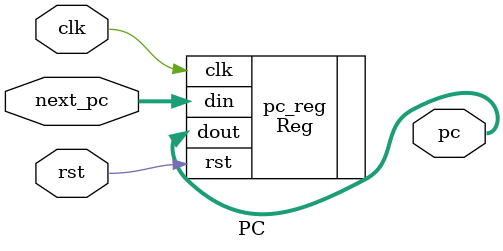
<source format=v>
module PC (
    input         clk,
    input         rst,
    input  [63:0] next_pc,
    output [63:0] pc
);

Reg #(
    .DATA_WIDTH 	( 64    ),
    .RESET_VAL  	( 64'h80000000 )
) pc_reg (
    .clk  	( clk       ),
    .rst  	( rst       ),
    .din  	( next_pc   ),
    .dout 	( pc        )
);
    
endmodule //PC

</source>
